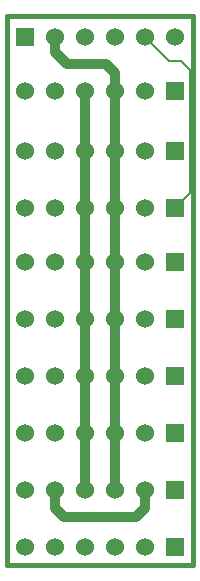
<source format=gbl>
G04 (created by PCBNEW-RS274X (2012-apr-16-27)-stable) date Sun 15 Dec 2013 09:24:04 PM EET*
G01*
G70*
G90*
%MOIN*%
G04 Gerber Fmt 3.4, Leading zero omitted, Abs format*
%FSLAX34Y34*%
G04 APERTURE LIST*
%ADD10C,0.006000*%
%ADD11C,0.015000*%
%ADD12R,0.060000X0.060000*%
%ADD13C,0.060000*%
%ADD14C,0.008000*%
%ADD15C,0.032000*%
G04 APERTURE END LIST*
G54D10*
G54D11*
X24500Y-12400D02*
X24500Y-30700D01*
X30700Y-12400D02*
X24500Y-12400D01*
X30700Y-30700D02*
X30700Y-12400D01*
X24500Y-30700D02*
X30700Y-30700D01*
G54D12*
X30100Y-14900D03*
G54D13*
X29100Y-14900D03*
X28100Y-14900D03*
X27100Y-14900D03*
X26100Y-14900D03*
X25100Y-14900D03*
G54D12*
X30100Y-16900D03*
G54D13*
X29100Y-16900D03*
X28100Y-16900D03*
X27100Y-16900D03*
X26100Y-16900D03*
X25100Y-16900D03*
G54D12*
X30100Y-18800D03*
G54D13*
X29100Y-18800D03*
X28100Y-18800D03*
X27100Y-18800D03*
X26100Y-18800D03*
X25100Y-18800D03*
G54D12*
X30100Y-20600D03*
G54D13*
X29100Y-20600D03*
X28100Y-20600D03*
X27100Y-20600D03*
X26100Y-20600D03*
X25100Y-20600D03*
G54D12*
X30100Y-22500D03*
G54D13*
X29100Y-22500D03*
X28100Y-22500D03*
X27100Y-22500D03*
X26100Y-22500D03*
X25100Y-22500D03*
G54D12*
X30100Y-24400D03*
G54D13*
X29100Y-24400D03*
X28100Y-24400D03*
X27100Y-24400D03*
X26100Y-24400D03*
X25100Y-24400D03*
G54D12*
X30100Y-26300D03*
G54D13*
X29100Y-26300D03*
X28100Y-26300D03*
X27100Y-26300D03*
X26100Y-26300D03*
X25100Y-26300D03*
G54D12*
X30100Y-28200D03*
G54D13*
X29100Y-28200D03*
X28100Y-28200D03*
X27100Y-28200D03*
X26100Y-28200D03*
X25100Y-28200D03*
G54D12*
X25100Y-13100D03*
G54D13*
X26100Y-13100D03*
X27100Y-13100D03*
X28100Y-13100D03*
X29100Y-13100D03*
X30100Y-13100D03*
G54D12*
X30100Y-30100D03*
G54D13*
X29100Y-30100D03*
X28100Y-30100D03*
X27100Y-30100D03*
X26100Y-30100D03*
X25100Y-30100D03*
G54D14*
X29100Y-13100D02*
X29900Y-13900D01*
X30600Y-18300D02*
X30100Y-18800D01*
X30600Y-14200D02*
X30600Y-18300D01*
X30300Y-13900D02*
X30600Y-14200D01*
X29900Y-13900D02*
X30300Y-13900D01*
G54D15*
X27100Y-14900D02*
X27100Y-16900D01*
X27100Y-16900D02*
X27100Y-18800D01*
X27100Y-18800D02*
X27100Y-20600D01*
X27100Y-20600D02*
X27100Y-22500D01*
X27100Y-22500D02*
X27100Y-24400D01*
X27100Y-24400D02*
X27100Y-26300D01*
X27100Y-26300D02*
X27100Y-28200D01*
X26100Y-28800D02*
X26100Y-28200D01*
X29100Y-28200D02*
X29100Y-28800D01*
X26400Y-29100D02*
X26100Y-28800D01*
X28800Y-29100D02*
X26400Y-29100D01*
X29100Y-28800D02*
X28800Y-29100D01*
X28100Y-26300D02*
X28100Y-24400D01*
X28100Y-24400D02*
X28100Y-22500D01*
X28100Y-22500D02*
X28100Y-20600D01*
X28100Y-20600D02*
X28100Y-18800D01*
X28100Y-18800D02*
X28100Y-16900D01*
X28100Y-16900D02*
X28100Y-14900D01*
X28100Y-14900D02*
X28100Y-14300D01*
X28100Y-14300D02*
X27800Y-14000D01*
X27800Y-14000D02*
X26500Y-14000D01*
X26500Y-14000D02*
X26100Y-13600D01*
X26100Y-13600D02*
X26100Y-13100D01*
X28100Y-28200D02*
X28100Y-26300D01*
M02*

</source>
